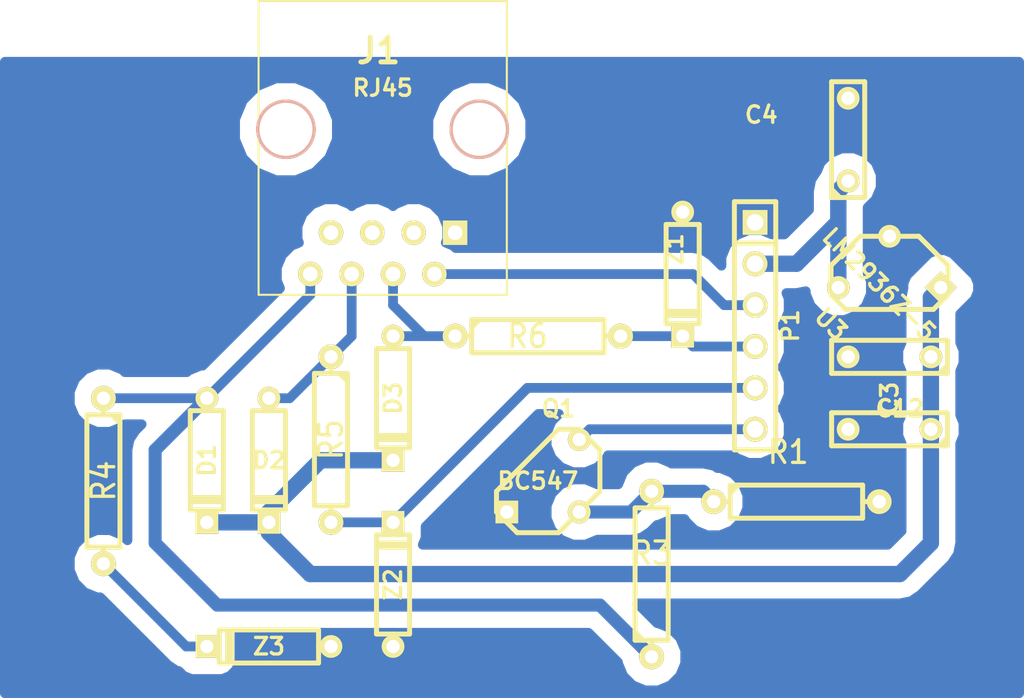
<source format=kicad_pcb>
(kicad_pcb (version 3) (host pcbnew "(2013-jul-07)-stable")

  (general
    (links 33)
    (no_connects 0)
    (area 8.255 7.572499 71.120001 51.435001)
    (thickness 1.6)
    (drawings 0)
    (tracks 54)
    (zones 0)
    (modules 18)
    (nets 13)
  )

  (page A4 portrait)
  (layers
    (15 F.Cu signal)
    (0 B.Cu signal)
    (17 F.Adhes user)
    (19 F.Paste user)
    (21 F.SilkS user)
    (23 F.Mask user)
    (28 Edge.Cuts user)
  )

  (setup
    (last_trace_width 0.8)
    (trace_clearance 0.8)
    (zone_clearance 1)
    (zone_45_only no)
    (trace_min 0.5)
    (segment_width 0.2)
    (edge_width 0.1)
    (via_size 0.8)
    (via_drill 0.7)
    (via_min_size 0.8)
    (via_min_drill 0.508)
    (uvia_size 0.8)
    (uvia_drill 0.7)
    (uvias_allowed no)
    (uvia_min_size 0.508)
    (uvia_min_drill 0.127)
    (pcb_text_width 0.3)
    (pcb_text_size 1.5 1.5)
    (mod_edge_width 0.15)
    (mod_text_size 1 1)
    (mod_text_width 0.15)
    (pad_size 1.5 1.5)
    (pad_drill 0.8)
    (pad_to_mask_clearance 0.2)
    (solder_mask_min_width 0.3)
    (aux_axis_origin 0 0)
    (visible_elements FFFFFFBF)
    (pcbplotparams
      (layerselection 8388609)
      (usegerberextensions false)
      (excludeedgelayer false)
      (linewidth 0.150000)
      (plotframeref false)
      (viasonmask false)
      (mode 1)
      (useauxorigin false)
      (hpglpennumber 1)
      (hpglpenspeed 20)
      (hpglpendiameter 15)
      (hpglpenoverlay 2)
      (psnegative false)
      (psa4output false)
      (plotreference true)
      (plotvalue true)
      (plotothertext false)
      (plotinvisibletext false)
      (padsonsilk true)
      (subtractmaskfromsilk false)
      (outputformat 5)
      (mirror false)
      (drillshape 0)
      (scaleselection 1)
      (outputdirectory ../../../../home/yodor/kicad/ponyser/output/))
  )

  (net 0 "")
  (net 1 GND)
  (net 2 N-000001)
  (net 3 N-0000010)
  (net 4 N-0000013)
  (net 5 N-000002)
  (net 6 N-000003)
  (net 7 N-000004)
  (net 8 N-000005)
  (net 9 N-000006)
  (net 10 N-000008)
  (net 11 N-000009)
  (net 12 VCC)

  (net_class Default "This is the default net class."
    (clearance 0.8)
    (trace_width 0.8)
    (via_dia 0.8)
    (via_drill 0.7)
    (uvia_dia 0.8)
    (uvia_drill 0.7)
    (add_net "")
    (add_net GND)
    (add_net N-000001)
    (add_net N-0000010)
    (add_net N-0000013)
    (add_net N-000003)
    (add_net N-000004)
    (add_net N-000006)
    (add_net N-000008)
    (add_net N-000009)
  )

  (net_class pwr ""
    (clearance 1)
    (trace_width 1)
    (via_dia 0.8)
    (via_drill 0.7)
    (uvia_dia 0.8)
    (uvia_drill 0.7)
    (add_net N-000002)
    (add_net N-000005)
    (add_net VCC)
  )

  (module RJ45_8   placed (layer F.Cu) (tedit 5245F114) (tstamp 523C59D9)
    (at 31.75 16.51 180)
    (tags RJ45)
    (path /523C4F5B)
    (fp_text reference J1 (at 0.254 4.826 180) (layer F.SilkS)
      (effects (font (size 1.524 1.524) (thickness 0.3048)))
    )
    (fp_text value RJ45 (at 0 2.54 180) (layer F.SilkS)
      (effects (font (size 1.00076 1.00076) (thickness 0.2032)))
    )
    (fp_line (start -7.62 7.874) (end 7.62 7.874) (layer F.SilkS) (width 0.127))
    (fp_line (start 7.62 7.874) (end 7.62 -10.16) (layer F.SilkS) (width 0.127))
    (fp_line (start 7.62 -10.16) (end -7.62 -10.16) (layer F.SilkS) (width 0.127))
    (fp_line (start -7.62 -10.16) (end -7.62 7.874) (layer F.SilkS) (width 0.127))
    (pad Hole np_thru_hole circle (at 5.93852 0 180) (size 3.64998 3.64998) (drill 3.2512)
      (layers *.Cu *.SilkS *.Mask)
    )
    (pad Hole np_thru_hole circle (at -5.9309 0 180) (size 3.64998 3.64998) (drill 3.2512)
      (layers *.Cu *.SilkS *.Mask)
    )
    (pad 1 thru_hole rect (at -4.445 -6.35 180) (size 1.50114 1.50114) (drill 0.89916)
      (layers *.Cu *.Mask F.SilkS)
      (net 1 GND)
    )
    (pad 2 thru_hole circle (at -3.175 -8.89 180) (size 1.50114 1.50114) (drill 0.89916)
      (layers *.Cu *.Mask F.SilkS)
      (net 3 N-0000010)
    )
    (pad 3 thru_hole circle (at -1.905 -6.35 180) (size 1.50114 1.50114) (drill 0.89916)
      (layers *.Cu *.Mask F.SilkS)
    )
    (pad 4 thru_hole circle (at -0.635 -8.89 180) (size 1.50114 1.50114) (drill 0.89916)
      (layers *.Cu *.Mask F.SilkS)
      (net 11 N-000009)
    )
    (pad 5 thru_hole circle (at 0.635 -6.35 180) (size 1.50114 1.50114) (drill 0.89916)
      (layers *.Cu *.Mask F.SilkS)
    )
    (pad 6 thru_hole circle (at 1.905 -8.89 180) (size 1.50114 1.50114) (drill 0.89916)
      (layers *.Cu *.Mask F.SilkS)
      (net 10 N-000008)
    )
    (pad 7 thru_hole circle (at 3.175 -6.35 180) (size 1.50114 1.50114) (drill 0.89916)
      (layers *.Cu *.Mask F.SilkS)
    )
    (pad 8 thru_hole circle (at 4.445 -8.89 180) (size 1.50114 1.50114) (drill 0.89916)
      (layers *.Cu *.Mask F.SilkS)
      (net 7 N-000004)
    )
    (model connectors/RJ45_8.wrl
      (at (xyz 0 0 0))
      (scale (xyz 0.4 0.4 0.4))
      (rotate (xyz 0 0 0))
    )
  )

  (module R4   placed (layer F.Cu) (tedit 53B032FE) (tstamp 52AA695B)
    (at 28.575 35.56 270)
    (descr "Resitance 4 pas")
    (tags R)
    (path /523C4D8E)
    (autoplace_cost180 10)
    (fp_text reference R5 (at 0 0 270) (layer F.SilkS)
      (effects (font (size 1.397 1.27) (thickness 0.2032)))
    )
    (fp_text value 4.7K (at 0 0 270) (layer F.SilkS) hide
      (effects (font (size 1.397 1.27) (thickness 0.2032)))
    )
    (fp_line (start -5.08 0) (end -4.064 0) (layer F.SilkS) (width 0.3048))
    (fp_line (start -4.064 0) (end -4.064 -1.016) (layer F.SilkS) (width 0.3048))
    (fp_line (start -4.064 -1.016) (end 4.064 -1.016) (layer F.SilkS) (width 0.3048))
    (fp_line (start 4.064 -1.016) (end 4.064 1.016) (layer F.SilkS) (width 0.3048))
    (fp_line (start 4.064 1.016) (end -4.064 1.016) (layer F.SilkS) (width 0.3048))
    (fp_line (start -4.064 1.016) (end -4.064 0) (layer F.SilkS) (width 0.3048))
    (fp_line (start -4.064 -0.508) (end -3.556 -1.016) (layer F.SilkS) (width 0.3048))
    (fp_line (start 5.08 0) (end 4.064 0) (layer F.SilkS) (width 0.3048))
    (pad 1 thru_hole circle (at -5.08 0 270) (size 1.524 1.524) (drill 0.8128)
      (layers *.Cu *.Mask F.SilkS)
      (net 10 N-000008)
    )
    (pad 2 thru_hole circle (at 5.08 0 270) (size 1.524 1.524) (drill 0.8128)
      (layers *.Cu *.Mask F.SilkS)
      (net 5 N-000002)
    )
    (model discret/resistor.wrl
      (at (xyz 0 0 0))
      (scale (xyz 0.4 0.4 0.4))
      (rotate (xyz 0 0 0))
    )
  )

  (module R4   placed (layer F.Cu) (tedit 53B03305) (tstamp 52AA696A)
    (at 41.275 29.21)
    (descr "Resitance 4 pas")
    (tags R)
    (path /523C4D94)
    (autoplace_cost180 10)
    (fp_text reference R6 (at -0.635 0) (layer F.SilkS)
      (effects (font (size 1.397 1.27) (thickness 0.2032)))
    )
    (fp_text value 4.7K (at 0 0) (layer F.SilkS) hide
      (effects (font (size 1.397 1.27) (thickness 0.2032)))
    )
    (fp_line (start -5.08 0) (end -4.064 0) (layer F.SilkS) (width 0.3048))
    (fp_line (start -4.064 0) (end -4.064 -1.016) (layer F.SilkS) (width 0.3048))
    (fp_line (start -4.064 -1.016) (end 4.064 -1.016) (layer F.SilkS) (width 0.3048))
    (fp_line (start 4.064 -1.016) (end 4.064 1.016) (layer F.SilkS) (width 0.3048))
    (fp_line (start 4.064 1.016) (end -4.064 1.016) (layer F.SilkS) (width 0.3048))
    (fp_line (start -4.064 1.016) (end -4.064 0) (layer F.SilkS) (width 0.3048))
    (fp_line (start -4.064 -0.508) (end -3.556 -1.016) (layer F.SilkS) (width 0.3048))
    (fp_line (start 5.08 0) (end 4.064 0) (layer F.SilkS) (width 0.3048))
    (pad 1 thru_hole circle (at -5.08 0) (size 1.524 1.524) (drill 0.8128)
      (layers *.Cu *.Mask F.SilkS)
      (net 11 N-000009)
    )
    (pad 2 thru_hole circle (at 5.08 0) (size 1.524 1.524) (drill 0.8128)
      (layers *.Cu *.Mask F.SilkS)
      (net 4 N-0000013)
    )
    (model discret/resistor.wrl
      (at (xyz 0 0 0))
      (scale (xyz 0.4 0.4 0.4))
      (rotate (xyz 0 0 0))
    )
  )

  (module R4   placed (layer F.Cu) (tedit 53D83033) (tstamp 523C59A8)
    (at 48.26 43.815 90)
    (descr "Resitance 4 pas")
    (tags R)
    (path /523C4D9A)
    (autoplace_cost180 10)
    (fp_text reference R3 (at 1.27 0 180) (layer F.SilkS)
      (effects (font (size 1.397 1.27) (thickness 0.2032)))
    )
    (fp_text value 10K (at 0 0 90) (layer F.SilkS) hide
      (effects (font (size 1.397 1.27) (thickness 0.2032)))
    )
    (fp_line (start -5.08 0) (end -4.064 0) (layer F.SilkS) (width 0.3048))
    (fp_line (start -4.064 0) (end -4.064 -1.016) (layer F.SilkS) (width 0.3048))
    (fp_line (start -4.064 -1.016) (end 4.064 -1.016) (layer F.SilkS) (width 0.3048))
    (fp_line (start 4.064 -1.016) (end 4.064 1.016) (layer F.SilkS) (width 0.3048))
    (fp_line (start 4.064 1.016) (end -4.064 1.016) (layer F.SilkS) (width 0.3048))
    (fp_line (start -4.064 1.016) (end -4.064 0) (layer F.SilkS) (width 0.3048))
    (fp_line (start -4.064 -0.508) (end -3.556 -1.016) (layer F.SilkS) (width 0.3048))
    (fp_line (start 5.08 0) (end 4.064 0) (layer F.SilkS) (width 0.3048))
    (pad 1 thru_hole circle (at -5.08 0 90) (size 1.524 1.524) (drill 0.8128)
      (layers *.Cu *.Mask F.SilkS)
      (net 7 N-000004)
    )
    (pad 2 thru_hole circle (at 5.08 0 90) (size 1.524 1.524) (drill 0.8128)
      (layers *.Cu *.Mask F.SilkS)
      (net 2 N-000001)
    )
    (model discret/resistor.wrl
      (at (xyz 0 0 0))
      (scale (xyz 0.4 0.4 0.4))
      (rotate (xyz 0 0 0))
    )
  )

  (module R4   placed (layer F.Cu) (tedit 53B01DD1) (tstamp 523C5999)
    (at 57.15 39.37)
    (descr "Resitance 4 pas")
    (tags R)
    (path /523C4DA0)
    (autoplace_cost180 10)
    (fp_text reference R1 (at -0.508 -3.048) (layer F.SilkS)
      (effects (font (size 1.397 1.27) (thickness 0.2032)))
    )
    (fp_text value 15K (at 0 0) (layer F.SilkS) hide
      (effects (font (size 1.397 1.27) (thickness 0.2032)))
    )
    (fp_line (start -5.08 0) (end -4.064 0) (layer F.SilkS) (width 0.3048))
    (fp_line (start -4.064 0) (end -4.064 -1.016) (layer F.SilkS) (width 0.3048))
    (fp_line (start -4.064 -1.016) (end 4.064 -1.016) (layer F.SilkS) (width 0.3048))
    (fp_line (start 4.064 -1.016) (end 4.064 1.016) (layer F.SilkS) (width 0.3048))
    (fp_line (start 4.064 1.016) (end -4.064 1.016) (layer F.SilkS) (width 0.3048))
    (fp_line (start -4.064 1.016) (end -4.064 0) (layer F.SilkS) (width 0.3048))
    (fp_line (start -4.064 -0.508) (end -3.556 -1.016) (layer F.SilkS) (width 0.3048))
    (fp_line (start 5.08 0) (end 4.064 0) (layer F.SilkS) (width 0.3048))
    (pad 1 thru_hole circle (at -5.08 0) (size 1.524 1.524) (drill 0.8128)
      (layers *.Cu *.Mask F.SilkS)
      (net 2 N-000001)
    )
    (pad 2 thru_hole circle (at 5.08 0) (size 1.524 1.524) (drill 0.8128)
      (layers *.Cu *.Mask F.SilkS)
      (net 1 GND)
    )
    (model discret/resistor.wrl
      (at (xyz 0 0 0))
      (scale (xyz 0.4 0.4 0.4))
      (rotate (xyz 0 0 0))
    )
  )

  (module R4   placed (layer F.Cu) (tedit 53B0330E) (tstamp 523C598A)
    (at 14.605 38.1 270)
    (descr "Resitance 4 pas")
    (tags R)
    (path /523C4D70)
    (autoplace_cost180 10)
    (fp_text reference R4 (at 0 0 270) (layer F.SilkS)
      (effects (font (size 1.397 1.27) (thickness 0.2032)))
    )
    (fp_text value 4.7K (at 0 0 270) (layer F.SilkS) hide
      (effects (font (size 1.397 1.27) (thickness 0.2032)))
    )
    (fp_line (start -5.08 0) (end -4.064 0) (layer F.SilkS) (width 0.3048))
    (fp_line (start -4.064 0) (end -4.064 -1.016) (layer F.SilkS) (width 0.3048))
    (fp_line (start -4.064 -1.016) (end 4.064 -1.016) (layer F.SilkS) (width 0.3048))
    (fp_line (start 4.064 -1.016) (end 4.064 1.016) (layer F.SilkS) (width 0.3048))
    (fp_line (start 4.064 1.016) (end -4.064 1.016) (layer F.SilkS) (width 0.3048))
    (fp_line (start -4.064 1.016) (end -4.064 0) (layer F.SilkS) (width 0.3048))
    (fp_line (start -4.064 -0.508) (end -3.556 -1.016) (layer F.SilkS) (width 0.3048))
    (fp_line (start 5.08 0) (end 4.064 0) (layer F.SilkS) (width 0.3048))
    (pad 1 thru_hole circle (at -5.08 0 270) (size 1.524 1.524) (drill 0.8128)
      (layers *.Cu *.Mask F.SilkS)
      (net 7 N-000004)
    )
    (pad 2 thru_hole circle (at 5.08 0 270) (size 1.524 1.524) (drill 0.8128)
      (layers *.Cu *.Mask F.SilkS)
      (net 6 N-000003)
    )
    (model discret/resistor.wrl
      (at (xyz 0 0 0))
      (scale (xyz 0.4 0.4 0.4))
      (rotate (xyz 0 0 0))
    )
  )

  (module D3   placed (layer F.Cu) (tedit 53B032F7) (tstamp 523C596E)
    (at 24.765 36.83 270)
    (descr "Diode 3 pas")
    (tags "DIODE DEV")
    (path /523C4DD5)
    (fp_text reference D2 (at 0 0 360) (layer F.SilkS)
      (effects (font (size 1.016 1.016) (thickness 0.2032)))
    )
    (fp_text value DIODE (at 0 0 270) (layer F.SilkS) hide
      (effects (font (size 1.016 1.016) (thickness 0.2032)))
    )
    (fp_line (start 3.81 0) (end 3.048 0) (layer F.SilkS) (width 0.3048))
    (fp_line (start 3.048 0) (end 3.048 -1.016) (layer F.SilkS) (width 0.3048))
    (fp_line (start 3.048 -1.016) (end -3.048 -1.016) (layer F.SilkS) (width 0.3048))
    (fp_line (start -3.048 -1.016) (end -3.048 0) (layer F.SilkS) (width 0.3048))
    (fp_line (start -3.048 0) (end -3.81 0) (layer F.SilkS) (width 0.3048))
    (fp_line (start -3.048 0) (end -3.048 1.016) (layer F.SilkS) (width 0.3048))
    (fp_line (start -3.048 1.016) (end 3.048 1.016) (layer F.SilkS) (width 0.3048))
    (fp_line (start 3.048 1.016) (end 3.048 0) (layer F.SilkS) (width 0.3048))
    (fp_line (start 2.54 -1.016) (end 2.54 1.016) (layer F.SilkS) (width 0.3048))
    (fp_line (start 2.286 1.016) (end 2.286 -1.016) (layer F.SilkS) (width 0.3048))
    (pad 2 thru_hole rect (at 3.81 0 270) (size 1.397 1.397) (drill 0.8128)
      (layers *.Cu *.Mask F.SilkS)
      (net 8 N-000005)
    )
    (pad 1 thru_hole circle (at -3.81 0 270) (size 1.397 1.397) (drill 0.8128)
      (layers *.Cu *.Mask F.SilkS)
      (net 10 N-000008)
    )
    (model discret/diode.wrl
      (at (xyz 0 0 0))
      (scale (xyz 0.3 0.3 0.3))
      (rotate (xyz 0 0 0))
    )
  )

  (module D3   placed (layer F.Cu) (tedit 53B03300) (tstamp 523C595D)
    (at 32.385 33.02 270)
    (descr "Diode 3 pas")
    (tags "DIODE DEV")
    (path /523C4DDB)
    (fp_text reference D3 (at 0 0 270) (layer F.SilkS)
      (effects (font (size 1.016 1.016) (thickness 0.2032)))
    )
    (fp_text value DIODE (at 0 0 270) (layer F.SilkS) hide
      (effects (font (size 1.016 1.016) (thickness 0.2032)))
    )
    (fp_line (start 3.81 0) (end 3.048 0) (layer F.SilkS) (width 0.3048))
    (fp_line (start 3.048 0) (end 3.048 -1.016) (layer F.SilkS) (width 0.3048))
    (fp_line (start 3.048 -1.016) (end -3.048 -1.016) (layer F.SilkS) (width 0.3048))
    (fp_line (start -3.048 -1.016) (end -3.048 0) (layer F.SilkS) (width 0.3048))
    (fp_line (start -3.048 0) (end -3.81 0) (layer F.SilkS) (width 0.3048))
    (fp_line (start -3.048 0) (end -3.048 1.016) (layer F.SilkS) (width 0.3048))
    (fp_line (start -3.048 1.016) (end 3.048 1.016) (layer F.SilkS) (width 0.3048))
    (fp_line (start 3.048 1.016) (end 3.048 0) (layer F.SilkS) (width 0.3048))
    (fp_line (start 2.54 -1.016) (end 2.54 1.016) (layer F.SilkS) (width 0.3048))
    (fp_line (start 2.286 1.016) (end 2.286 -1.016) (layer F.SilkS) (width 0.3048))
    (pad 2 thru_hole rect (at 3.81 0 270) (size 1.397 1.397) (drill 0.8128)
      (layers *.Cu *.Mask F.SilkS)
      (net 8 N-000005)
    )
    (pad 1 thru_hole circle (at -3.81 0 270) (size 1.397 1.397) (drill 0.8128)
      (layers *.Cu *.Mask F.SilkS)
      (net 11 N-000009)
    )
    (model discret/diode.wrl
      (at (xyz 0 0 0))
      (scale (xyz 0.3 0.3 0.3))
      (rotate (xyz 0 0 0))
    )
  )

  (module D3   placed (layer F.Cu) (tedit 53B032F5) (tstamp 523C594C)
    (at 20.955 36.83 270)
    (descr "Diode 3 pas")
    (tags "DIODE DEV")
    (path /523C4DC8)
    (fp_text reference D1 (at 0 0 270) (layer F.SilkS)
      (effects (font (size 1.016 1.016) (thickness 0.2032)))
    )
    (fp_text value DIODE (at 0 0 270) (layer F.SilkS) hide
      (effects (font (size 1.016 1.016) (thickness 0.2032)))
    )
    (fp_line (start 3.81 0) (end 3.048 0) (layer F.SilkS) (width 0.3048))
    (fp_line (start 3.048 0) (end 3.048 -1.016) (layer F.SilkS) (width 0.3048))
    (fp_line (start 3.048 -1.016) (end -3.048 -1.016) (layer F.SilkS) (width 0.3048))
    (fp_line (start -3.048 -1.016) (end -3.048 0) (layer F.SilkS) (width 0.3048))
    (fp_line (start -3.048 0) (end -3.81 0) (layer F.SilkS) (width 0.3048))
    (fp_line (start -3.048 0) (end -3.048 1.016) (layer F.SilkS) (width 0.3048))
    (fp_line (start -3.048 1.016) (end 3.048 1.016) (layer F.SilkS) (width 0.3048))
    (fp_line (start 3.048 1.016) (end 3.048 0) (layer F.SilkS) (width 0.3048))
    (fp_line (start 2.54 -1.016) (end 2.54 1.016) (layer F.SilkS) (width 0.3048))
    (fp_line (start 2.286 1.016) (end 2.286 -1.016) (layer F.SilkS) (width 0.3048))
    (pad 2 thru_hole rect (at 3.81 0 270) (size 1.397 1.397) (drill 0.8128)
      (layers *.Cu *.Mask F.SilkS)
      (net 8 N-000005)
    )
    (pad 1 thru_hole circle (at -3.81 0 270) (size 1.397 1.397) (drill 0.8128)
      (layers *.Cu *.Mask F.SilkS)
      (net 7 N-000004)
    )
    (model discret/diode.wrl
      (at (xyz 0 0 0))
      (scale (xyz 0.3 0.3 0.3))
      (rotate (xyz 0 0 0))
    )
  )

  (module D3   placed (layer F.Cu) (tedit 53B0330B) (tstamp 523C593B)
    (at 24.765 48.26 180)
    (descr "Diode 3 pas")
    (tags "DIODE DEV")
    (path /523C4DC0)
    (fp_text reference Z3 (at 0 0 180) (layer F.SilkS)
      (effects (font (size 1.016 1.016) (thickness 0.2032)))
    )
    (fp_text value 5.1V (at 0 0 180) (layer F.SilkS) hide
      (effects (font (size 1.016 1.016) (thickness 0.2032)))
    )
    (fp_line (start 3.81 0) (end 3.048 0) (layer F.SilkS) (width 0.3048))
    (fp_line (start 3.048 0) (end 3.048 -1.016) (layer F.SilkS) (width 0.3048))
    (fp_line (start 3.048 -1.016) (end -3.048 -1.016) (layer F.SilkS) (width 0.3048))
    (fp_line (start -3.048 -1.016) (end -3.048 0) (layer F.SilkS) (width 0.3048))
    (fp_line (start -3.048 0) (end -3.81 0) (layer F.SilkS) (width 0.3048))
    (fp_line (start -3.048 0) (end -3.048 1.016) (layer F.SilkS) (width 0.3048))
    (fp_line (start -3.048 1.016) (end 3.048 1.016) (layer F.SilkS) (width 0.3048))
    (fp_line (start 3.048 1.016) (end 3.048 0) (layer F.SilkS) (width 0.3048))
    (fp_line (start 2.54 -1.016) (end 2.54 1.016) (layer F.SilkS) (width 0.3048))
    (fp_line (start 2.286 1.016) (end 2.286 -1.016) (layer F.SilkS) (width 0.3048))
    (pad 2 thru_hole rect (at 3.81 0 180) (size 1.397 1.397) (drill 0.8128)
      (layers *.Cu *.Mask F.SilkS)
      (net 6 N-000003)
    )
    (pad 1 thru_hole circle (at -3.81 0 180) (size 1.397 1.397) (drill 0.8128)
      (layers *.Cu *.Mask F.SilkS)
      (net 1 GND)
    )
    (model discret/diode.wrl
      (at (xyz 0 0 0))
      (scale (xyz 0.3 0.3 0.3))
      (rotate (xyz 0 0 0))
    )
  )

  (module D3   placed (layer F.Cu) (tedit 53B03307) (tstamp 52AA698C)
    (at 32.385 44.45 90)
    (descr "Diode 3 pas")
    (tags "DIODE DEV")
    (path /523C4DBA)
    (fp_text reference Z2 (at 0 0 90) (layer F.SilkS)
      (effects (font (size 1.016 1.016) (thickness 0.2032)))
    )
    (fp_text value 5.1V (at 0 0 90) (layer F.SilkS) hide
      (effects (font (size 1.016 1.016) (thickness 0.2032)))
    )
    (fp_line (start 3.81 0) (end 3.048 0) (layer F.SilkS) (width 0.3048))
    (fp_line (start 3.048 0) (end 3.048 -1.016) (layer F.SilkS) (width 0.3048))
    (fp_line (start 3.048 -1.016) (end -3.048 -1.016) (layer F.SilkS) (width 0.3048))
    (fp_line (start -3.048 -1.016) (end -3.048 0) (layer F.SilkS) (width 0.3048))
    (fp_line (start -3.048 0) (end -3.81 0) (layer F.SilkS) (width 0.3048))
    (fp_line (start -3.048 0) (end -3.048 1.016) (layer F.SilkS) (width 0.3048))
    (fp_line (start -3.048 1.016) (end 3.048 1.016) (layer F.SilkS) (width 0.3048))
    (fp_line (start 3.048 1.016) (end 3.048 0) (layer F.SilkS) (width 0.3048))
    (fp_line (start 2.54 -1.016) (end 2.54 1.016) (layer F.SilkS) (width 0.3048))
    (fp_line (start 2.286 1.016) (end 2.286 -1.016) (layer F.SilkS) (width 0.3048))
    (pad 2 thru_hole rect (at 3.81 0 90) (size 1.397 1.397) (drill 0.8128)
      (layers *.Cu *.Mask F.SilkS)
      (net 5 N-000002)
    )
    (pad 1 thru_hole circle (at -3.81 0 90) (size 1.397 1.397) (drill 0.8128)
      (layers *.Cu *.Mask F.SilkS)
      (net 1 GND)
    )
    (model discret/diode.wrl
      (at (xyz 0 0 0))
      (scale (xyz 0.3 0.3 0.3))
      (rotate (xyz 0 0 0))
    )
  )

  (module D3   placed (layer F.Cu) (tedit 53B01F2B) (tstamp 52AA699D)
    (at 50.165 25.4 270)
    (descr "Diode 3 pas")
    (tags "DIODE DEV")
    (path /523C4DAD)
    (fp_text reference Z1 (at -1.524 0.508 270) (layer F.SilkS)
      (effects (font (size 1.016 1.016) (thickness 0.2032)))
    )
    (fp_text value 5.1V (at 0 0 270) (layer F.SilkS) hide
      (effects (font (size 1.016 1.016) (thickness 0.2032)))
    )
    (fp_line (start 3.81 0) (end 3.048 0) (layer F.SilkS) (width 0.3048))
    (fp_line (start 3.048 0) (end 3.048 -1.016) (layer F.SilkS) (width 0.3048))
    (fp_line (start 3.048 -1.016) (end -3.048 -1.016) (layer F.SilkS) (width 0.3048))
    (fp_line (start -3.048 -1.016) (end -3.048 0) (layer F.SilkS) (width 0.3048))
    (fp_line (start -3.048 0) (end -3.81 0) (layer F.SilkS) (width 0.3048))
    (fp_line (start -3.048 0) (end -3.048 1.016) (layer F.SilkS) (width 0.3048))
    (fp_line (start -3.048 1.016) (end 3.048 1.016) (layer F.SilkS) (width 0.3048))
    (fp_line (start 3.048 1.016) (end 3.048 0) (layer F.SilkS) (width 0.3048))
    (fp_line (start 2.54 -1.016) (end 2.54 1.016) (layer F.SilkS) (width 0.3048))
    (fp_line (start 2.286 1.016) (end 2.286 -1.016) (layer F.SilkS) (width 0.3048))
    (pad 2 thru_hole rect (at 3.81 0 270) (size 1.397 1.397) (drill 0.8128)
      (layers *.Cu *.Mask F.SilkS)
      (net 4 N-0000013)
    )
    (pad 1 thru_hole circle (at -3.81 0 270) (size 1.397 1.397) (drill 0.8128)
      (layers *.Cu *.Mask F.SilkS)
      (net 1 GND)
    )
    (model discret/diode.wrl
      (at (xyz 0 0 0))
      (scale (xyz 0.3 0.3 0.3))
      (rotate (xyz 0 0 0))
    )
  )

  (module C2   placed (layer F.Cu) (tedit 52AA6133) (tstamp 523C58DE)
    (at 62.865 34.925 180)
    (descr "Condensateur = 2 pas")
    (tags C)
    (path /523C4E3E)
    (fp_text reference C12 (at -0.635 1.27 180) (layer F.SilkS)
      (effects (font (size 1.016 1.016) (thickness 0.2032)))
    )
    (fp_text value 100nF (at 0 0 180) (layer F.SilkS) hide
      (effects (font (size 1.016 1.016) (thickness 0.2032)))
    )
    (fp_line (start -3.556 -1.016) (end 3.556 -1.016) (layer F.SilkS) (width 0.3048))
    (fp_line (start 3.556 -1.016) (end 3.556 1.016) (layer F.SilkS) (width 0.3048))
    (fp_line (start 3.556 1.016) (end -3.556 1.016) (layer F.SilkS) (width 0.3048))
    (fp_line (start -3.556 1.016) (end -3.556 -1.016) (layer F.SilkS) (width 0.3048))
    (fp_line (start -3.556 -0.508) (end -3.048 -1.016) (layer F.SilkS) (width 0.3048))
    (pad 1 thru_hole circle (at -2.54 0 180) (size 1.397 1.397) (drill 0.8128)
      (layers *.Cu *.Mask F.SilkS)
      (net 8 N-000005)
    )
    (pad 2 thru_hole circle (at 2.54 0 180) (size 1.397 1.397) (drill 0.8128)
      (layers *.Cu *.Mask F.SilkS)
      (net 1 GND)
    )
    (model discret/capa_2pas_5x5mm.wrl
      (at (xyz 0 0 0))
      (scale (xyz 1 1 1))
      (rotate (xyz 0 0 0))
    )
  )

  (module PIN_ARRAY-6X1 (layer F.Cu) (tedit 41402119) (tstamp 523C5985)
    (at 54.61 28.575 270)
    (descr "Connecteur 6 pins")
    (tags "CONN DEV")
    (path /523C5443)
    (fp_text reference P1 (at 0 -2.159 270) (layer F.SilkS)
      (effects (font (size 1.016 1.016) (thickness 0.2032)))
    )
    (fp_text value CONN_6 (at 0 2.159 270) (layer F.SilkS) hide
      (effects (font (size 1.016 0.889) (thickness 0.2032)))
    )
    (fp_line (start -7.62 1.27) (end -7.62 -1.27) (layer F.SilkS) (width 0.3048))
    (fp_line (start -7.62 -1.27) (end 7.62 -1.27) (layer F.SilkS) (width 0.3048))
    (fp_line (start 7.62 -1.27) (end 7.62 1.27) (layer F.SilkS) (width 0.3048))
    (fp_line (start 7.62 1.27) (end -7.62 1.27) (layer F.SilkS) (width 0.3048))
    (fp_line (start -5.08 1.27) (end -5.08 -1.27) (layer F.SilkS) (width 0.3048))
    (pad 1 thru_hole rect (at -6.35 0 270) (size 1.524 1.524) (drill 1.016)
      (layers *.Cu *.Mask F.SilkS)
      (net 1 GND)
    )
    (pad 2 thru_hole circle (at -3.81 0 270) (size 1.524 1.524) (drill 1.016)
      (layers *.Cu *.Mask F.SilkS)
      (net 12 VCC)
    )
    (pad 3 thru_hole circle (at -1.27 0 270) (size 1.524 1.524) (drill 1.016)
      (layers *.Cu *.Mask F.SilkS)
      (net 3 N-0000010)
    )
    (pad 4 thru_hole circle (at 1.27 0 270) (size 1.524 1.524) (drill 1.016)
      (layers *.Cu *.Mask F.SilkS)
      (net 4 N-0000013)
    )
    (pad 5 thru_hole circle (at 3.81 0 270) (size 1.524 1.524) (drill 1.016)
      (layers *.Cu *.Mask F.SilkS)
      (net 5 N-000002)
    )
    (pad 6 thru_hole circle (at 6.35 0 270) (size 1.524 1.524) (drill 1.016)
      (layers *.Cu *.Mask F.SilkS)
      (net 9 N-000006)
    )
    (model pin_array/pins_array_6x1.wrl
      (at (xyz 0 0 0))
      (scale (xyz 1 1 1))
      (rotate (xyz 0 0 0))
    )
  )

  (module TO92 (layer F.Cu) (tedit 53B03314) (tstamp 523C5908)
    (at 41.275 37.465 180)
    (descr "Transistor TO92 brochage type BC237")
    (tags "TR TO92")
    (path /523C4E04)
    (fp_text reference Q1 (at -1.27 3.81 180) (layer F.SilkS)
      (effects (font (size 1.016 1.016) (thickness 0.2032)))
    )
    (fp_text value BC547 (at 0 -0.635 180) (layer F.SilkS)
      (effects (font (size 1.016 1.016) (thickness 0.2032)))
    )
    (fp_line (start -1.27 2.54) (end 2.54 -1.27) (layer F.SilkS) (width 0.3048))
    (fp_line (start 2.54 -1.27) (end 2.54 -2.54) (layer F.SilkS) (width 0.3048))
    (fp_line (start 2.54 -2.54) (end 1.27 -3.81) (layer F.SilkS) (width 0.3048))
    (fp_line (start 1.27 -3.81) (end -1.27 -3.81) (layer F.SilkS) (width 0.3048))
    (fp_line (start -1.27 -3.81) (end -3.81 -1.27) (layer F.SilkS) (width 0.3048))
    (fp_line (start -3.81 -1.27) (end -3.81 1.27) (layer F.SilkS) (width 0.3048))
    (fp_line (start -3.81 1.27) (end -2.54 2.54) (layer F.SilkS) (width 0.3048))
    (fp_line (start -2.54 2.54) (end -1.27 2.54) (layer F.SilkS) (width 0.3048))
    (pad 1 thru_hole rect (at 1.905 -2.54 180) (size 1.397 1.397) (drill 0.8128)
      (layers *.Cu *.Mask F.SilkS)
      (net 1 GND)
    )
    (pad 2 thru_hole circle (at -2.54 -2.54 180) (size 1.397 1.397) (drill 0.8128)
      (layers *.Cu *.Mask F.SilkS)
      (net 2 N-000001)
    )
    (pad 3 thru_hole circle (at -2.54 1.905 180) (size 1.397 1.397) (drill 0.8128)
      (layers *.Cu *.Mask F.SilkS)
      (net 9 N-000006)
    )
    (model discret/to98.wrl
      (at (xyz 0 0 0))
      (scale (xyz 1 1 1))
      (rotate (xyz 0 0 0))
    )
  )

  (module LM78XX-TO92 (layer F.Cu) (tedit 53D82E2E) (tstamp 53D82E34)
    (at 62.865 26.67 315)
    (descr 7805)
    (tags "TR TO92")
    (path /523C4E71)
    (fp_text reference U3 (at -1.27 3.81 315) (layer F.SilkS)
      (effects (font (size 1.016 1.016) (thickness 0.2032)))
    )
    (fp_text value LM2936Z-5 (at -0.898026 0 315) (layer F.SilkS)
      (effects (font (size 1.016 1.016) (thickness 0.2032)))
    )
    (fp_line (start -1.27 2.54) (end 2.54 -1.27) (layer F.SilkS) (width 0.3048))
    (fp_line (start 2.54 -1.27) (end 2.54 -2.54) (layer F.SilkS) (width 0.3048))
    (fp_line (start 2.54 -2.54) (end 1.27 -3.81) (layer F.SilkS) (width 0.3048))
    (fp_line (start 1.27 -3.81) (end -1.27 -3.81) (layer F.SilkS) (width 0.3048))
    (fp_line (start -1.27 -3.81) (end -3.81 -1.27) (layer F.SilkS) (width 0.3048))
    (fp_line (start -3.81 -1.27) (end -3.81 1.27) (layer F.SilkS) (width 0.3048))
    (fp_line (start -3.81 1.27) (end -2.54 2.54) (layer F.SilkS) (width 0.3048))
    (fp_line (start -2.54 2.54) (end -1.27 2.54) (layer F.SilkS) (width 0.3048))
    (pad VI thru_hole rect (at 1.905 -2.54 315) (size 1.397 1.397) (drill 0.8128)
      (layers *.Cu *.Mask F.SilkS)
      (net 8 N-000005)
    )
    (pad GND thru_hole circle (at -2.54 -2.54 315) (size 1.397 1.397) (drill 0.8128)
      (layers *.Cu *.Mask F.SilkS)
      (net 1 GND)
    )
    (pad VO thru_hole circle (at -2.54 1.905 315) (size 1.397 1.397) (drill 0.8128)
      (layers *.Cu *.Mask F.SilkS)
      (net 12 VCC)
    )
    (model discret/to98.wrl
      (at (xyz 0 0 0))
      (scale (xyz 1 1 1))
      (rotate (xyz 0 0 0))
    )
  )

  (module C2 (layer F.Cu) (tedit 5245EEC7) (tstamp 523C58F8)
    (at 62.865 30.48 180)
    (descr "Condensateur = 2 pas")
    (tags C)
    (path /523C4E2F)
    (fp_text reference C3 (at 0 -2.54 270) (layer F.SilkS)
      (effects (font (size 1.016 1.016) (thickness 0.2032)))
    )
    (fp_text value 4.7uF (at 0 0 180) (layer F.SilkS) hide
      (effects (font (size 1.016 1.016) (thickness 0.2032)))
    )
    (fp_line (start -3.556 -1.016) (end 3.556 -1.016) (layer F.SilkS) (width 0.3048))
    (fp_line (start 3.556 -1.016) (end 3.556 1.016) (layer F.SilkS) (width 0.3048))
    (fp_line (start 3.556 1.016) (end -3.556 1.016) (layer F.SilkS) (width 0.3048))
    (fp_line (start -3.556 1.016) (end -3.556 -1.016) (layer F.SilkS) (width 0.3048))
    (fp_line (start -3.556 -0.508) (end -3.048 -1.016) (layer F.SilkS) (width 0.3048))
    (pad 1 thru_hole circle (at -2.54 0 180) (size 1.397 1.397) (drill 0.8128)
      (layers *.Cu *.Mask F.SilkS)
      (net 8 N-000005)
    )
    (pad 2 thru_hole circle (at 2.54 0 180) (size 1.397 1.397) (drill 0.8128)
      (layers *.Cu *.Mask F.SilkS)
      (net 1 GND)
    )
    (model discret/capa_2pas_5x5mm.wrl
      (at (xyz 0 0 0))
      (scale (xyz 1 1 1))
      (rotate (xyz 0 0 0))
    )
  )

  (module C2 (layer F.Cu) (tedit 52AA6A61) (tstamp 523C58EB)
    (at 60.325 17.145 90)
    (descr "Condensateur = 2 pas")
    (tags C)
    (path /523C51C1)
    (fp_text reference C4 (at 1.524 -5.334 180) (layer F.SilkS)
      (effects (font (size 1.016 1.016) (thickness 0.2032)))
    )
    (fp_text value 4.7uF (at 0 0 90) (layer F.SilkS) hide
      (effects (font (size 1.016 1.016) (thickness 0.2032)))
    )
    (fp_line (start -3.556 -1.016) (end 3.556 -1.016) (layer F.SilkS) (width 0.3048))
    (fp_line (start 3.556 -1.016) (end 3.556 1.016) (layer F.SilkS) (width 0.3048))
    (fp_line (start 3.556 1.016) (end -3.556 1.016) (layer F.SilkS) (width 0.3048))
    (fp_line (start -3.556 1.016) (end -3.556 -1.016) (layer F.SilkS) (width 0.3048))
    (fp_line (start -3.556 -0.508) (end -3.048 -1.016) (layer F.SilkS) (width 0.3048))
    (pad 1 thru_hole circle (at -2.54 0 90) (size 1.397 1.397) (drill 0.8128)
      (layers *.Cu *.Mask F.SilkS)
      (net 12 VCC)
    )
    (pad 2 thru_hole circle (at 2.54 0 90) (size 1.397 1.397) (drill 0.8128)
      (layers *.Cu *.Mask F.SilkS)
      (net 1 GND)
    )
    (model discret/capa_2pas_5x5mm.wrl
      (at (xyz 0 0 0))
      (scale (xyz 1 1 1))
      (rotate (xyz 0 0 0))
    )
  )

  (segment (start 48.26 38.735) (end 51.435 38.735) (width 0.8) (layer B.Cu) (net 2))
  (segment (start 51.435 38.735) (end 52.07 39.37) (width 0.8) (layer B.Cu) (net 2) (tstamp 53D831CF))
  (segment (start 43.815 40.005) (end 46.99 40.005) (width 0.8) (layer B.Cu) (net 2))
  (segment (start 46.99 40.005) (end 48.26 38.735) (width 0.8) (layer B.Cu) (net 2) (tstamp 53D831CC))
  (segment (start 54.61 27.305) (end 52.705 27.305) (width 0.6) (layer B.Cu) (net 3))
  (segment (start 50.8 25.4) (end 34.925 25.4) (width 0.6) (layer B.Cu) (net 3) (tstamp 53B02FFA))
  (segment (start 52.705 27.305) (end 50.8 25.4) (width 0.6) (layer B.Cu) (net 3) (tstamp 53B02FF9))
  (segment (start 54.61 29.845) (end 50.8 29.845) (width 0.6) (layer B.Cu) (net 4))
  (segment (start 50.8 29.845) (end 50.165 29.21) (width 0.6) (layer B.Cu) (net 4) (tstamp 53B02FFE))
  (segment (start 46.355 29.21) (end 50.165 29.21) (width 0.6) (layer B.Cu) (net 4))
  (segment (start 54.61 32.385) (end 40.64 32.385) (width 0.6) (layer B.Cu) (net 5))
  (segment (start 40.64 32.385) (end 32.385 40.64) (width 0.6) (layer B.Cu) (net 5) (tstamp 53B03010))
  (segment (start 40.64 32.385) (end 32.385 40.64) (width 0.6) (layer B.Cu) (net 5))
  (segment (start 40.64 32.385) (end 40.005 33.02) (width 0.6) (layer B.Cu) (net 5) (tstamp 53B03001))
  (segment (start 28.575 40.64) (end 32.385 40.64) (width 0.6) (layer B.Cu) (net 5))
  (segment (start 32.385 40.64) (end 40.005 33.02) (width 0.6) (layer B.Cu) (net 5) (tstamp 53B02BA6))
  (segment (start 20.955 48.26) (end 19.685 48.26) (width 0.6) (layer B.Cu) (net 6))
  (segment (start 19.685 48.26) (end 14.605 43.18) (width 0.6) (layer B.Cu) (net 6) (tstamp 53B02E1A))
  (segment (start 20.955 33.02) (end 17.78 36.195) (width 0.8) (layer B.Cu) (net 7))
  (segment (start 45.085 45.72) (end 48.26 48.895) (width 0.8) (layer B.Cu) (net 7) (tstamp 53D8320F))
  (segment (start 21.59 45.72) (end 45.085 45.72) (width 0.8) (layer B.Cu) (net 7) (tstamp 53D8320A))
  (segment (start 17.78 41.91) (end 21.59 45.72) (width 0.8) (layer B.Cu) (net 7) (tstamp 53D83208))
  (segment (start 17.78 36.195) (end 17.78 41.91) (width 0.8) (layer B.Cu) (net 7) (tstamp 53D83204))
  (segment (start 20.955 33.02) (end 14.605 33.02) (width 0.6) (layer B.Cu) (net 7))
  (segment (start 27.305 25.4) (end 27.305 26.67) (width 0.6) (layer B.Cu) (net 7))
  (segment (start 27.305 26.67) (end 20.955 33.02) (width 0.6) (layer B.Cu) (net 7) (tstamp 53B0279D))
  (segment (start 24.765 40.64) (end 24.765 41.279998) (width 1) (layer B.Cu) (net 8))
  (segment (start 65.405 41.91) (end 65.405 34.925) (width 1) (layer B.Cu) (net 8) (tstamp 53D83223))
  (segment (start 63.5 43.815) (end 65.405 41.91) (width 1) (layer B.Cu) (net 8) (tstamp 53D83221))
  (segment (start 27.300002 43.815) (end 63.5 43.815) (width 1) (layer B.Cu) (net 8) (tstamp 53D83220))
  (segment (start 24.765 41.279998) (end 27.300002 43.815) (width 1) (layer B.Cu) (net 8) (tstamp 53D8321B))
  (segment (start 65.405 30.48) (end 65.405 26.824077) (width 1) (layer B.Cu) (net 8))
  (segment (start 65.405 26.824077) (end 66.00809 26.220987) (width 1) (layer B.Cu) (net 8) (tstamp 53D830D6))
  (segment (start 65.405 34.925) (end 65.405 30.48) (width 1) (layer B.Cu) (net 8))
  (segment (start 24.765 40.64) (end 24.765 40.005) (width 1) (layer B.Cu) (net 8))
  (segment (start 24.765 40.005) (end 27.94 36.83) (width 1) (layer B.Cu) (net 8) (tstamp 53D82F01))
  (segment (start 27.94 36.83) (end 32.385 36.83) (width 1) (layer B.Cu) (net 8) (tstamp 53D82F05))
  (segment (start 20.955 40.64) (end 24.765 40.64) (width 1) (layer B.Cu) (net 8))
  (segment (start 54.61 34.925) (end 44.45 34.925) (width 0.6) (layer B.Cu) (net 9))
  (segment (start 44.45 34.925) (end 43.815 35.56) (width 0.6) (layer B.Cu) (net 9) (tstamp 53B03053))
  (segment (start 24.765 33.02) (end 26.035 33.02) (width 0.6) (layer B.Cu) (net 10))
  (segment (start 26.035 33.02) (end 28.575 30.48) (width 0.6) (layer B.Cu) (net 10) (tstamp 53B0301A))
  (segment (start 29.845 25.4) (end 29.845 29.21) (width 0.6) (layer B.Cu) (net 10))
  (segment (start 29.845 29.21) (end 28.575 30.48) (width 0.6) (layer B.Cu) (net 10) (tstamp 53B03015))
  (segment (start 34.29 29.21) (end 32.385 29.21) (width 0.6) (layer B.Cu) (net 11))
  (segment (start 32.385 25.4) (end 32.385 27.305) (width 0.6) (layer B.Cu) (net 11))
  (segment (start 34.29 29.21) (end 36.195 29.21) (width 0.6) (layer B.Cu) (net 11) (tstamp 53B02E4F))
  (segment (start 32.385 27.305) (end 34.29 29.21) (width 0.6) (layer B.Cu) (net 11) (tstamp 53B02E4E))
  (segment (start 59.72191 20.32) (end 59.72191 22.19309) (width 1) (layer B.Cu) (net 12))
  (segment (start 57.15 24.765) (end 54.61 24.765) (width 1) (layer B.Cu) (net 12) (tstamp 53D830D2))
  (segment (start 59.72191 22.19309) (end 57.15 24.765) (width 1) (layer B.Cu) (net 12) (tstamp 53D830D1))
  (segment (start 59.72191 26.220987) (end 59.72191 20.32) (width 1) (layer B.Cu) (net 12))
  (segment (start 59.72191 20.32) (end 59.72191 20.28809) (width 1) (layer B.Cu) (net 12) (tstamp 53D830CF))
  (segment (start 59.72191 20.28809) (end 60.325 19.685) (width 1) (layer B.Cu) (net 12) (tstamp 53D830C7))

  (zone (net 1) (net_name GND) (layer B.Cu) (tstamp 53B029BB) (hatch edge 0.508)
    (connect_pads yes (clearance 1))
    (min_thickness 0.6)
    (fill (arc_segments 16) (thermal_gap 0.81) (thermal_bridge_width 0.81))
    (polygon
      (pts
        (xy 8.255 12.065) (xy 8.255 51.435) (xy 71.12 51.435) (xy 71.12 12.065)
      )
    )
    (filled_polygon
      (pts
        (xy 70.82 51.135) (xy 68.296143 51.135) (xy 68.296143 25.963536) (xy 68.098647 25.485559) (xy 67.733271 25.119544)
        (xy 66.745443 24.131716) (xy 66.267811 23.933386) (xy 65.750639 23.932934) (xy 65.272662 24.13043) (xy 64.906647 24.495806)
        (xy 63.918819 25.483634) (xy 63.720489 25.961266) (xy 63.720241 26.24472) (xy 63.605 26.824077) (xy 63.605 29.603528)
        (xy 63.406849 30.08073) (xy 63.406155 30.875782) (xy 63.605 31.357024) (xy 63.605 34.048528) (xy 63.406849 34.52573)
        (xy 63.406155 35.320782) (xy 63.605 35.802024) (xy 63.605 41.164415) (xy 62.754415 42.015) (xy 54.132356 42.015)
        (xy 54.132356 38.961642) (xy 53.819097 38.203497) (xy 53.239554 37.622942) (xy 52.481956 37.30836) (xy 52.300769 37.308201)
        (xy 52.085562 37.164405) (xy 51.435 37.034999) (xy 51.434994 37.035) (xy 49.476529 37.035) (xy 49.429554 36.987942)
        (xy 48.671956 36.67336) (xy 47.851642 36.672644) (xy 47.093497 36.985903) (xy 46.512942 37.565446) (xy 46.205852 38.305)
        (xy 44.932298 38.305) (xy 44.21427 38.006849) (xy 43.419218 38.006155) (xy 42.68442 38.309767) (xy 42.121743 38.871463)
        (xy 41.816849 39.60573) (xy 41.816155 40.400782) (xy 42.119767 41.13558) (xy 42.681463 41.698257) (xy 43.41573 42.003151)
        (xy 44.210782 42.003845) (xy 44.934042 41.705) (xy 46.989994 41.705) (xy 46.99 41.705001) (xy 46.99 41.705)
        (xy 47.640562 41.575595) (xy 48.192082 41.207082) (xy 48.601865 40.797297) (xy 48.668358 40.797356) (xy 49.426503 40.484097)
        (xy 49.475685 40.435) (xy 50.278962 40.435) (xy 50.320903 40.536503) (xy 50.900446 41.117058) (xy 51.658044 41.43164)
        (xy 52.478358 41.432356) (xy 53.236503 41.119097) (xy 53.817058 40.539554) (xy 54.13164 39.781956) (xy 54.132356 38.961642)
        (xy 54.132356 42.015) (xy 34.210211 42.015) (xy 34.383273 41.598221) (xy 34.383725 41.081049) (xy 34.383725 40.904017)
        (xy 41.13637 34.151371) (xy 41.136371 34.151371) (xy 41.136371 34.15137) (xy 41.302741 33.985) (xy 41.302742 33.985)
        (xy 42.563977 33.985) (xy 42.121743 34.426463) (xy 41.816849 35.16073) (xy 41.816155 35.955782) (xy 42.119767 36.69058)
        (xy 42.681463 37.253257) (xy 43.41573 37.558151) (xy 44.210782 37.558845) (xy 44.94558 37.255233) (xy 45.508257 36.693537)
        (xy 45.578239 36.525) (xy 53.293644 36.525) (xy 53.440446 36.672058) (xy 54.198044 36.98664) (xy 55.018358 36.987356)
        (xy 55.776503 36.674097) (xy 56.357058 36.094554) (xy 56.67164 35.336956) (xy 56.672356 34.516642) (xy 56.359097 33.758497)
        (xy 56.256107 33.655328) (xy 56.357058 33.554554) (xy 56.67164 32.796956) (xy 56.672356 31.976642) (xy 56.359097 31.218497)
        (xy 56.256107 31.115328) (xy 56.357058 31.014554) (xy 56.67164 30.256956) (xy 56.672356 29.436642) (xy 56.359097 28.678497)
        (xy 56.256107 28.575328) (xy 56.357058 28.474554) (xy 56.67164 27.716956) (xy 56.672356 26.896642) (xy 56.535324 26.565)
        (xy 57.15 26.565) (xy 57.723209 26.450981) (xy 57.723065 26.616769) (xy 58.026677 27.351567) (xy 58.588373 27.914244)
        (xy 59.32264 28.219138) (xy 60.117692 28.219832) (xy 60.85249 27.91622) (xy 61.415167 27.354524) (xy 61.720061 26.620257)
        (xy 61.720755 25.825205) (xy 61.52191 25.343962) (xy 61.52191 22.19309) (xy 61.52191 21.314018) (xy 62.018257 20.818537)
        (xy 62.323151 20.08427) (xy 62.323845 19.289218) (xy 62.020233 18.55442) (xy 61.458537 17.991743) (xy 60.72427 17.686849)
        (xy 59.929218 17.686155) (xy 59.19442 17.989767) (xy 58.631743 18.551463) (xy 58.422765 19.054737) (xy 58.058927 19.59926)
        (xy 57.92191 20.28809) (xy 57.92191 20.32) (xy 57.92191 21.447506) (xy 56.404416 22.965) (xy 55.652055 22.965)
        (xy 55.021956 22.70336) (xy 54.201642 22.702644) (xy 53.443497 23.015903) (xy 52.862942 23.595446) (xy 52.54836 24.353044)
        (xy 52.547895 24.885153) (xy 51.931371 24.268629) (xy 51.412294 23.921793) (xy 50.8 23.8) (xy 40.806431 23.8)
        (xy 40.806431 15.891128) (xy 40.331682 14.742148) (xy 39.453376 13.862307) (xy 38.305226 13.385554) (xy 37.062028 13.384469)
        (xy 35.913048 13.859218) (xy 35.033207 14.737524) (xy 34.556454 15.885674) (xy 34.555369 17.128872) (xy 35.030118 18.277852)
        (xy 35.908424 19.157693) (xy 37.056574 19.634446) (xy 38.299772 19.635531) (xy 39.448752 19.160782) (xy 40.328593 18.282476)
        (xy 40.805346 17.134326) (xy 40.806431 15.891128) (xy 40.806431 23.8) (xy 36.225206 23.8) (xy 36.088071 23.662625)
        (xy 35.622345 23.469239) (xy 35.705213 23.269673) (xy 35.705925 22.453906) (xy 35.394402 21.699963) (xy 34.818071 21.122625)
        (xy 34.064673 20.809787) (xy 33.248906 20.809075) (xy 32.494963 21.120598) (xy 32.385314 21.230055) (xy 32.278071 21.122625)
        (xy 31.524673 20.809787) (xy 30.708906 20.809075) (xy 29.954963 21.120598) (xy 29.845314 21.230055) (xy 29.738071 21.122625)
        (xy 28.984673 20.809787) (xy 28.937011 20.809745) (xy 28.937011 15.891128) (xy 28.462262 14.742148) (xy 27.583956 13.862307)
        (xy 26.435806 13.385554) (xy 25.192608 13.384469) (xy 24.043628 13.859218) (xy 23.163787 14.737524) (xy 22.687034 15.885674)
        (xy 22.685949 17.128872) (xy 23.160698 18.277852) (xy 24.039004 19.157693) (xy 25.187154 19.634446) (xy 26.430352 19.635531)
        (xy 27.579332 19.160782) (xy 28.459173 18.282476) (xy 28.935926 17.134326) (xy 28.937011 15.891128) (xy 28.937011 20.809745)
        (xy 28.168906 20.809075) (xy 27.414963 21.120598) (xy 26.837625 21.696929) (xy 26.524787 22.450327) (xy 26.524075 23.266094)
        (xy 26.608023 23.469265) (xy 26.144963 23.660598) (xy 25.567625 24.236929) (xy 25.254787 24.990327) (xy 25.254075 25.806094)
        (xy 25.444734 26.267523) (xy 20.690987 31.02127) (xy 20.559218 31.021155) (xy 19.82442 31.324767) (xy 19.72902 31.42)
        (xy 15.921355 31.42) (xy 15.774554 31.272942) (xy 15.016956 30.95836) (xy 14.196642 30.957644) (xy 13.438497 31.270903)
        (xy 12.857942 31.850446) (xy 12.54336 32.608044) (xy 12.542644 33.428358) (xy 12.855903 34.186503) (xy 13.435446 34.767058)
        (xy 14.193044 35.08164) (xy 15.013358 35.082356) (xy 15.771503 34.769097) (xy 15.92086 34.62) (xy 16.950836 34.62)
        (xy 16.577918 34.992918) (xy 16.209405 35.544438) (xy 16.079999 36.195) (xy 16.08 36.195005) (xy 16.08 41.738921)
        (xy 15.774554 41.432942) (xy 15.016956 41.11836) (xy 14.196642 41.117644) (xy 13.438497 41.430903) (xy 12.857942 42.010446)
        (xy 12.54336 42.768044) (xy 12.542644 43.588358) (xy 12.855903 44.346503) (xy 13.435446 44.927058) (xy 14.193044 45.24164)
        (xy 14.404082 45.241824) (xy 18.553626 49.391367) (xy 18.553629 49.391371) (xy 19.072706 49.738206) (xy 19.072707 49.738207)
        (xy 19.229008 49.769297) (xy 19.519147 50.059943) (xy 19.996779 50.258273) (xy 20.513951 50.258725) (xy 21.910951 50.258725)
        (xy 22.388928 50.061229) (xy 22.754943 49.695853) (xy 22.953273 49.218221) (xy 22.953725 48.701049) (xy 22.953725 47.42)
        (xy 44.380836 47.42) (xy 46.197702 49.236865) (xy 46.197644 49.303358) (xy 46.510903 50.061503) (xy 47.090446 50.642058)
        (xy 47.848044 50.95664) (xy 48.668358 50.957356) (xy 49.426503 50.644097) (xy 50.007058 50.064554) (xy 50.32164 49.306956)
        (xy 50.322356 48.486642) (xy 50.009097 47.728497) (xy 49.429554 47.147942) (xy 48.671956 46.83336) (xy 48.602462 46.833299)
        (xy 47.384163 45.615) (xy 63.5 45.615) (xy 64.18883 45.477983) (xy 64.772792 45.087792) (xy 66.677792 43.182793)
        (xy 66.677792 43.182792) (xy 66.938508 42.792602) (xy 67.067982 42.598831) (xy 67.067983 42.59883) (xy 67.204999 41.910001)
        (xy 67.205 41.91) (xy 67.205 35.801471) (xy 67.403151 35.32427) (xy 67.403845 34.529218) (xy 67.205 34.047975)
        (xy 67.205 31.356471) (xy 67.403151 30.87927) (xy 67.403845 30.084218) (xy 67.205 29.602975) (xy 67.205 27.850701)
        (xy 68.097361 26.95834) (xy 68.295691 26.480708) (xy 68.296143 25.963536) (xy 68.296143 51.135) (xy 8.555 51.135)
        (xy 8.555 12.365) (xy 70.82 12.365) (xy 70.82 51.135)
      )
    )
  )
)

</source>
